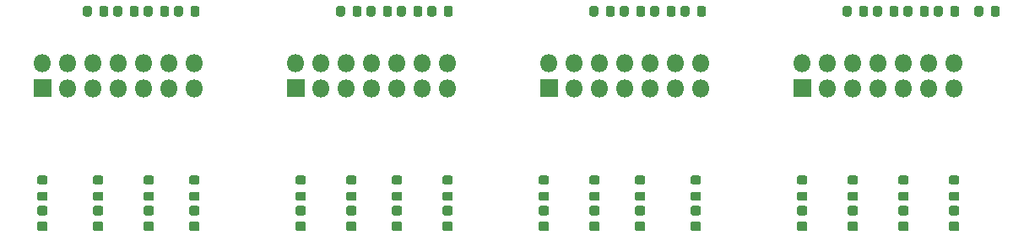
<source format=gbr>
G04 #@! TF.GenerationSoftware,KiCad,Pcbnew,(5.1.10)-1*
G04 #@! TF.CreationDate,2021-09-21T14:09:16-07:00*
G04 #@! TF.ProjectId,Adapter,41646170-7465-4722-9e6b-696361645f70,rev?*
G04 #@! TF.SameCoordinates,Original*
G04 #@! TF.FileFunction,Soldermask,Top*
G04 #@! TF.FilePolarity,Negative*
%FSLAX46Y46*%
G04 Gerber Fmt 4.6, Leading zero omitted, Abs format (unit mm)*
G04 Created by KiCad (PCBNEW (5.1.10)-1) date 2021-09-21 14:09:16*
%MOMM*%
%LPD*%
G01*
G04 APERTURE LIST*
%ADD10O,1.802000X1.802000*%
G04 APERTURE END LIST*
G36*
G01*
X62022500Y-85604000D02*
X61421500Y-85604000D01*
G75*
G02*
X61196000Y-85378500I0J225500D01*
G01*
X61196000Y-84927500D01*
G75*
G02*
X61421500Y-84702000I225500J0D01*
G01*
X62022500Y-84702000D01*
G75*
G02*
X62248000Y-84927500I0J-225500D01*
G01*
X62248000Y-85378500D01*
G75*
G02*
X62022500Y-85604000I-225500J0D01*
G01*
G37*
G36*
G01*
X62022500Y-83954000D02*
X61421500Y-83954000D01*
G75*
G02*
X61196000Y-83728500I0J225500D01*
G01*
X61196000Y-83277500D01*
G75*
G02*
X61421500Y-83052000I225500J0D01*
G01*
X62022500Y-83052000D01*
G75*
G02*
X62248000Y-83277500I0J-225500D01*
G01*
X62248000Y-83728500D01*
G75*
G02*
X62022500Y-83954000I-225500J0D01*
G01*
G37*
G36*
G01*
X87930500Y-85604000D02*
X87329500Y-85604000D01*
G75*
G02*
X87104000Y-85378500I0J225500D01*
G01*
X87104000Y-84927500D01*
G75*
G02*
X87329500Y-84702000I225500J0D01*
G01*
X87930500Y-84702000D01*
G75*
G02*
X88156000Y-84927500I0J-225500D01*
G01*
X88156000Y-85378500D01*
G75*
G02*
X87930500Y-85604000I-225500J0D01*
G01*
G37*
G36*
G01*
X87930500Y-83954000D02*
X87329500Y-83954000D01*
G75*
G02*
X87104000Y-83728500I0J225500D01*
G01*
X87104000Y-83277500D01*
G75*
G02*
X87329500Y-83052000I225500J0D01*
G01*
X87930500Y-83052000D01*
G75*
G02*
X88156000Y-83277500I0J-225500D01*
G01*
X88156000Y-83728500D01*
G75*
G02*
X87930500Y-83954000I-225500J0D01*
G01*
G37*
G36*
G01*
X112314500Y-85604000D02*
X111713500Y-85604000D01*
G75*
G02*
X111488000Y-85378500I0J225500D01*
G01*
X111488000Y-84927500D01*
G75*
G02*
X111713500Y-84702000I225500J0D01*
G01*
X112314500Y-84702000D01*
G75*
G02*
X112540000Y-84927500I0J-225500D01*
G01*
X112540000Y-85378500D01*
G75*
G02*
X112314500Y-85604000I-225500J0D01*
G01*
G37*
G36*
G01*
X112314500Y-83954000D02*
X111713500Y-83954000D01*
G75*
G02*
X111488000Y-83728500I0J225500D01*
G01*
X111488000Y-83277500D01*
G75*
G02*
X111713500Y-83052000I225500J0D01*
G01*
X112314500Y-83052000D01*
G75*
G02*
X112540000Y-83277500I0J-225500D01*
G01*
X112540000Y-83728500D01*
G75*
G02*
X112314500Y-83954000I-225500J0D01*
G01*
G37*
G36*
G01*
X138222500Y-83954000D02*
X137621500Y-83954000D01*
G75*
G02*
X137396000Y-83728500I0J225500D01*
G01*
X137396000Y-83277500D01*
G75*
G02*
X137621500Y-83052000I225500J0D01*
G01*
X138222500Y-83052000D01*
G75*
G02*
X138448000Y-83277500I0J-225500D01*
G01*
X138448000Y-83728500D01*
G75*
G02*
X138222500Y-83954000I-225500J0D01*
G01*
G37*
G36*
G01*
X138222500Y-85604000D02*
X137621500Y-85604000D01*
G75*
G02*
X137396000Y-85378500I0J225500D01*
G01*
X137396000Y-84927500D01*
G75*
G02*
X137621500Y-84702000I225500J0D01*
G01*
X138222500Y-84702000D01*
G75*
G02*
X138448000Y-84927500I0J-225500D01*
G01*
X138448000Y-85378500D01*
G75*
G02*
X138222500Y-85604000I-225500J0D01*
G01*
G37*
G36*
G01*
X67610500Y-85604000D02*
X67009500Y-85604000D01*
G75*
G02*
X66784000Y-85378500I0J225500D01*
G01*
X66784000Y-84927500D01*
G75*
G02*
X67009500Y-84702000I225500J0D01*
G01*
X67610500Y-84702000D01*
G75*
G02*
X67836000Y-84927500I0J-225500D01*
G01*
X67836000Y-85378500D01*
G75*
G02*
X67610500Y-85604000I-225500J0D01*
G01*
G37*
G36*
G01*
X67610500Y-83954000D02*
X67009500Y-83954000D01*
G75*
G02*
X66784000Y-83728500I0J225500D01*
G01*
X66784000Y-83277500D01*
G75*
G02*
X67009500Y-83052000I225500J0D01*
G01*
X67610500Y-83052000D01*
G75*
G02*
X67836000Y-83277500I0J-225500D01*
G01*
X67836000Y-83728500D01*
G75*
G02*
X67610500Y-83954000I-225500J0D01*
G01*
G37*
G36*
G01*
X93010500Y-85604000D02*
X92409500Y-85604000D01*
G75*
G02*
X92184000Y-85378500I0J225500D01*
G01*
X92184000Y-84927500D01*
G75*
G02*
X92409500Y-84702000I225500J0D01*
G01*
X93010500Y-84702000D01*
G75*
G02*
X93236000Y-84927500I0J-225500D01*
G01*
X93236000Y-85378500D01*
G75*
G02*
X93010500Y-85604000I-225500J0D01*
G01*
G37*
G36*
G01*
X93010500Y-83954000D02*
X92409500Y-83954000D01*
G75*
G02*
X92184000Y-83728500I0J225500D01*
G01*
X92184000Y-83277500D01*
G75*
G02*
X92409500Y-83052000I225500J0D01*
G01*
X93010500Y-83052000D01*
G75*
G02*
X93236000Y-83277500I0J-225500D01*
G01*
X93236000Y-83728500D01*
G75*
G02*
X93010500Y-83954000I-225500J0D01*
G01*
G37*
G36*
G01*
X117394500Y-85604000D02*
X116793500Y-85604000D01*
G75*
G02*
X116568000Y-85378500I0J225500D01*
G01*
X116568000Y-84927500D01*
G75*
G02*
X116793500Y-84702000I225500J0D01*
G01*
X117394500Y-84702000D01*
G75*
G02*
X117620000Y-84927500I0J-225500D01*
G01*
X117620000Y-85378500D01*
G75*
G02*
X117394500Y-85604000I-225500J0D01*
G01*
G37*
G36*
G01*
X117394500Y-83954000D02*
X116793500Y-83954000D01*
G75*
G02*
X116568000Y-83728500I0J225500D01*
G01*
X116568000Y-83277500D01*
G75*
G02*
X116793500Y-83052000I225500J0D01*
G01*
X117394500Y-83052000D01*
G75*
G02*
X117620000Y-83277500I0J-225500D01*
G01*
X117620000Y-83728500D01*
G75*
G02*
X117394500Y-83954000I-225500J0D01*
G01*
G37*
G36*
G01*
X143302500Y-83954000D02*
X142701500Y-83954000D01*
G75*
G02*
X142476000Y-83728500I0J225500D01*
G01*
X142476000Y-83277500D01*
G75*
G02*
X142701500Y-83052000I225500J0D01*
G01*
X143302500Y-83052000D01*
G75*
G02*
X143528000Y-83277500I0J-225500D01*
G01*
X143528000Y-83728500D01*
G75*
G02*
X143302500Y-83954000I-225500J0D01*
G01*
G37*
G36*
G01*
X143302500Y-85604000D02*
X142701500Y-85604000D01*
G75*
G02*
X142476000Y-85378500I0J225500D01*
G01*
X142476000Y-84927500D01*
G75*
G02*
X142701500Y-84702000I225500J0D01*
G01*
X143302500Y-84702000D01*
G75*
G02*
X143528000Y-84927500I0J-225500D01*
G01*
X143528000Y-85378500D01*
G75*
G02*
X143302500Y-85604000I-225500J0D01*
G01*
G37*
G36*
G01*
X72690500Y-85604000D02*
X72089500Y-85604000D01*
G75*
G02*
X71864000Y-85378500I0J225500D01*
G01*
X71864000Y-84927500D01*
G75*
G02*
X72089500Y-84702000I225500J0D01*
G01*
X72690500Y-84702000D01*
G75*
G02*
X72916000Y-84927500I0J-225500D01*
G01*
X72916000Y-85378500D01*
G75*
G02*
X72690500Y-85604000I-225500J0D01*
G01*
G37*
G36*
G01*
X72690500Y-83954000D02*
X72089500Y-83954000D01*
G75*
G02*
X71864000Y-83728500I0J225500D01*
G01*
X71864000Y-83277500D01*
G75*
G02*
X72089500Y-83052000I225500J0D01*
G01*
X72690500Y-83052000D01*
G75*
G02*
X72916000Y-83277500I0J-225500D01*
G01*
X72916000Y-83728500D01*
G75*
G02*
X72690500Y-83954000I-225500J0D01*
G01*
G37*
G36*
G01*
X97582500Y-85604000D02*
X96981500Y-85604000D01*
G75*
G02*
X96756000Y-85378500I0J225500D01*
G01*
X96756000Y-84927500D01*
G75*
G02*
X96981500Y-84702000I225500J0D01*
G01*
X97582500Y-84702000D01*
G75*
G02*
X97808000Y-84927500I0J-225500D01*
G01*
X97808000Y-85378500D01*
G75*
G02*
X97582500Y-85604000I-225500J0D01*
G01*
G37*
G36*
G01*
X97582500Y-83954000D02*
X96981500Y-83954000D01*
G75*
G02*
X96756000Y-83728500I0J225500D01*
G01*
X96756000Y-83277500D01*
G75*
G02*
X96981500Y-83052000I225500J0D01*
G01*
X97582500Y-83052000D01*
G75*
G02*
X97808000Y-83277500I0J-225500D01*
G01*
X97808000Y-83728500D01*
G75*
G02*
X97582500Y-83954000I-225500J0D01*
G01*
G37*
G36*
G01*
X121966500Y-85604000D02*
X121365500Y-85604000D01*
G75*
G02*
X121140000Y-85378500I0J225500D01*
G01*
X121140000Y-84927500D01*
G75*
G02*
X121365500Y-84702000I225500J0D01*
G01*
X121966500Y-84702000D01*
G75*
G02*
X122192000Y-84927500I0J-225500D01*
G01*
X122192000Y-85378500D01*
G75*
G02*
X121966500Y-85604000I-225500J0D01*
G01*
G37*
G36*
G01*
X121966500Y-83954000D02*
X121365500Y-83954000D01*
G75*
G02*
X121140000Y-83728500I0J225500D01*
G01*
X121140000Y-83277500D01*
G75*
G02*
X121365500Y-83052000I225500J0D01*
G01*
X121966500Y-83052000D01*
G75*
G02*
X122192000Y-83277500I0J-225500D01*
G01*
X122192000Y-83728500D01*
G75*
G02*
X121966500Y-83954000I-225500J0D01*
G01*
G37*
G36*
G01*
X148382500Y-83954000D02*
X147781500Y-83954000D01*
G75*
G02*
X147556000Y-83728500I0J225500D01*
G01*
X147556000Y-83277500D01*
G75*
G02*
X147781500Y-83052000I225500J0D01*
G01*
X148382500Y-83052000D01*
G75*
G02*
X148608000Y-83277500I0J-225500D01*
G01*
X148608000Y-83728500D01*
G75*
G02*
X148382500Y-83954000I-225500J0D01*
G01*
G37*
G36*
G01*
X148382500Y-85604000D02*
X147781500Y-85604000D01*
G75*
G02*
X147556000Y-85378500I0J225500D01*
G01*
X147556000Y-84927500D01*
G75*
G02*
X147781500Y-84702000I225500J0D01*
G01*
X148382500Y-84702000D01*
G75*
G02*
X148608000Y-84927500I0J-225500D01*
G01*
X148608000Y-85378500D01*
G75*
G02*
X148382500Y-85604000I-225500J0D01*
G01*
G37*
G36*
G01*
X77262500Y-83954000D02*
X76661500Y-83954000D01*
G75*
G02*
X76436000Y-83728500I0J225500D01*
G01*
X76436000Y-83277500D01*
G75*
G02*
X76661500Y-83052000I225500J0D01*
G01*
X77262500Y-83052000D01*
G75*
G02*
X77488000Y-83277500I0J-225500D01*
G01*
X77488000Y-83728500D01*
G75*
G02*
X77262500Y-83954000I-225500J0D01*
G01*
G37*
G36*
G01*
X77262500Y-85604000D02*
X76661500Y-85604000D01*
G75*
G02*
X76436000Y-85378500I0J225500D01*
G01*
X76436000Y-84927500D01*
G75*
G02*
X76661500Y-84702000I225500J0D01*
G01*
X77262500Y-84702000D01*
G75*
G02*
X77488000Y-84927500I0J-225500D01*
G01*
X77488000Y-85378500D01*
G75*
G02*
X77262500Y-85604000I-225500J0D01*
G01*
G37*
G36*
G01*
X102662500Y-85604000D02*
X102061500Y-85604000D01*
G75*
G02*
X101836000Y-85378500I0J225500D01*
G01*
X101836000Y-84927500D01*
G75*
G02*
X102061500Y-84702000I225500J0D01*
G01*
X102662500Y-84702000D01*
G75*
G02*
X102888000Y-84927500I0J-225500D01*
G01*
X102888000Y-85378500D01*
G75*
G02*
X102662500Y-85604000I-225500J0D01*
G01*
G37*
G36*
G01*
X102662500Y-83954000D02*
X102061500Y-83954000D01*
G75*
G02*
X101836000Y-83728500I0J225500D01*
G01*
X101836000Y-83277500D01*
G75*
G02*
X102061500Y-83052000I225500J0D01*
G01*
X102662500Y-83052000D01*
G75*
G02*
X102888000Y-83277500I0J-225500D01*
G01*
X102888000Y-83728500D01*
G75*
G02*
X102662500Y-83954000I-225500J0D01*
G01*
G37*
G36*
G01*
X127554500Y-85604000D02*
X126953500Y-85604000D01*
G75*
G02*
X126728000Y-85378500I0J225500D01*
G01*
X126728000Y-84927500D01*
G75*
G02*
X126953500Y-84702000I225500J0D01*
G01*
X127554500Y-84702000D01*
G75*
G02*
X127780000Y-84927500I0J-225500D01*
G01*
X127780000Y-85378500D01*
G75*
G02*
X127554500Y-85604000I-225500J0D01*
G01*
G37*
G36*
G01*
X127554500Y-83954000D02*
X126953500Y-83954000D01*
G75*
G02*
X126728000Y-83728500I0J225500D01*
G01*
X126728000Y-83277500D01*
G75*
G02*
X126953500Y-83052000I225500J0D01*
G01*
X127554500Y-83052000D01*
G75*
G02*
X127780000Y-83277500I0J-225500D01*
G01*
X127780000Y-83728500D01*
G75*
G02*
X127554500Y-83954000I-225500J0D01*
G01*
G37*
G36*
G01*
X153462500Y-83954000D02*
X152861500Y-83954000D01*
G75*
G02*
X152636000Y-83728500I0J225500D01*
G01*
X152636000Y-83277500D01*
G75*
G02*
X152861500Y-83052000I225500J0D01*
G01*
X153462500Y-83052000D01*
G75*
G02*
X153688000Y-83277500I0J-225500D01*
G01*
X153688000Y-83728500D01*
G75*
G02*
X153462500Y-83954000I-225500J0D01*
G01*
G37*
G36*
G01*
X153462500Y-85604000D02*
X152861500Y-85604000D01*
G75*
G02*
X152636000Y-85378500I0J225500D01*
G01*
X152636000Y-84927500D01*
G75*
G02*
X152861500Y-84702000I225500J0D01*
G01*
X153462500Y-84702000D01*
G75*
G02*
X153688000Y-84927500I0J-225500D01*
G01*
X153688000Y-85378500D01*
G75*
G02*
X153462500Y-85604000I-225500J0D01*
G01*
G37*
G36*
G01*
X67430000Y-66848500D02*
X67430000Y-66247500D01*
G75*
G02*
X67655500Y-66022000I225500J0D01*
G01*
X68106500Y-66022000D01*
G75*
G02*
X68332000Y-66247500I0J-225500D01*
G01*
X68332000Y-66848500D01*
G75*
G02*
X68106500Y-67074000I-225500J0D01*
G01*
X67655500Y-67074000D01*
G75*
G02*
X67430000Y-66848500I0J225500D01*
G01*
G37*
G36*
G01*
X65780000Y-66848500D02*
X65780000Y-66247500D01*
G75*
G02*
X66005500Y-66022000I225500J0D01*
G01*
X66456500Y-66022000D01*
G75*
G02*
X66682000Y-66247500I0J-225500D01*
G01*
X66682000Y-66848500D01*
G75*
G02*
X66456500Y-67074000I-225500J0D01*
G01*
X66005500Y-67074000D01*
G75*
G02*
X65780000Y-66848500I0J225500D01*
G01*
G37*
G36*
G01*
X70478000Y-66848500D02*
X70478000Y-66247500D01*
G75*
G02*
X70703500Y-66022000I225500J0D01*
G01*
X71154500Y-66022000D01*
G75*
G02*
X71380000Y-66247500I0J-225500D01*
G01*
X71380000Y-66848500D01*
G75*
G02*
X71154500Y-67074000I-225500J0D01*
G01*
X70703500Y-67074000D01*
G75*
G02*
X70478000Y-66848500I0J225500D01*
G01*
G37*
G36*
G01*
X68828000Y-66848500D02*
X68828000Y-66247500D01*
G75*
G02*
X69053500Y-66022000I225500J0D01*
G01*
X69504500Y-66022000D01*
G75*
G02*
X69730000Y-66247500I0J-225500D01*
G01*
X69730000Y-66848500D01*
G75*
G02*
X69504500Y-67074000I-225500J0D01*
G01*
X69053500Y-67074000D01*
G75*
G02*
X68828000Y-66848500I0J225500D01*
G01*
G37*
G36*
G01*
X73526000Y-66848500D02*
X73526000Y-66247500D01*
G75*
G02*
X73751500Y-66022000I225500J0D01*
G01*
X74202500Y-66022000D01*
G75*
G02*
X74428000Y-66247500I0J-225500D01*
G01*
X74428000Y-66848500D01*
G75*
G02*
X74202500Y-67074000I-225500J0D01*
G01*
X73751500Y-67074000D01*
G75*
G02*
X73526000Y-66848500I0J225500D01*
G01*
G37*
G36*
G01*
X71876000Y-66848500D02*
X71876000Y-66247500D01*
G75*
G02*
X72101500Y-66022000I225500J0D01*
G01*
X72552500Y-66022000D01*
G75*
G02*
X72778000Y-66247500I0J-225500D01*
G01*
X72778000Y-66848500D01*
G75*
G02*
X72552500Y-67074000I-225500J0D01*
G01*
X72101500Y-67074000D01*
G75*
G02*
X71876000Y-66848500I0J225500D01*
G01*
G37*
G36*
G01*
X76574000Y-66848500D02*
X76574000Y-66247500D01*
G75*
G02*
X76799500Y-66022000I225500J0D01*
G01*
X77250500Y-66022000D01*
G75*
G02*
X77476000Y-66247500I0J-225500D01*
G01*
X77476000Y-66848500D01*
G75*
G02*
X77250500Y-67074000I-225500J0D01*
G01*
X76799500Y-67074000D01*
G75*
G02*
X76574000Y-66848500I0J225500D01*
G01*
G37*
G36*
G01*
X74924000Y-66848500D02*
X74924000Y-66247500D01*
G75*
G02*
X75149500Y-66022000I225500J0D01*
G01*
X75600500Y-66022000D01*
G75*
G02*
X75826000Y-66247500I0J-225500D01*
G01*
X75826000Y-66848500D01*
G75*
G02*
X75600500Y-67074000I-225500J0D01*
G01*
X75149500Y-67074000D01*
G75*
G02*
X74924000Y-66848500I0J225500D01*
G01*
G37*
G36*
G01*
X92830000Y-66848500D02*
X92830000Y-66247500D01*
G75*
G02*
X93055500Y-66022000I225500J0D01*
G01*
X93506500Y-66022000D01*
G75*
G02*
X93732000Y-66247500I0J-225500D01*
G01*
X93732000Y-66848500D01*
G75*
G02*
X93506500Y-67074000I-225500J0D01*
G01*
X93055500Y-67074000D01*
G75*
G02*
X92830000Y-66848500I0J225500D01*
G01*
G37*
G36*
G01*
X91180000Y-66848500D02*
X91180000Y-66247500D01*
G75*
G02*
X91405500Y-66022000I225500J0D01*
G01*
X91856500Y-66022000D01*
G75*
G02*
X92082000Y-66247500I0J-225500D01*
G01*
X92082000Y-66848500D01*
G75*
G02*
X91856500Y-67074000I-225500J0D01*
G01*
X91405500Y-67074000D01*
G75*
G02*
X91180000Y-66848500I0J225500D01*
G01*
G37*
G36*
G01*
X95878000Y-66848500D02*
X95878000Y-66247500D01*
G75*
G02*
X96103500Y-66022000I225500J0D01*
G01*
X96554500Y-66022000D01*
G75*
G02*
X96780000Y-66247500I0J-225500D01*
G01*
X96780000Y-66848500D01*
G75*
G02*
X96554500Y-67074000I-225500J0D01*
G01*
X96103500Y-67074000D01*
G75*
G02*
X95878000Y-66848500I0J225500D01*
G01*
G37*
G36*
G01*
X94228000Y-66848500D02*
X94228000Y-66247500D01*
G75*
G02*
X94453500Y-66022000I225500J0D01*
G01*
X94904500Y-66022000D01*
G75*
G02*
X95130000Y-66247500I0J-225500D01*
G01*
X95130000Y-66848500D01*
G75*
G02*
X94904500Y-67074000I-225500J0D01*
G01*
X94453500Y-67074000D01*
G75*
G02*
X94228000Y-66848500I0J225500D01*
G01*
G37*
G36*
G01*
X98926000Y-66848500D02*
X98926000Y-66247500D01*
G75*
G02*
X99151500Y-66022000I225500J0D01*
G01*
X99602500Y-66022000D01*
G75*
G02*
X99828000Y-66247500I0J-225500D01*
G01*
X99828000Y-66848500D01*
G75*
G02*
X99602500Y-67074000I-225500J0D01*
G01*
X99151500Y-67074000D01*
G75*
G02*
X98926000Y-66848500I0J225500D01*
G01*
G37*
G36*
G01*
X97276000Y-66848500D02*
X97276000Y-66247500D01*
G75*
G02*
X97501500Y-66022000I225500J0D01*
G01*
X97952500Y-66022000D01*
G75*
G02*
X98178000Y-66247500I0J-225500D01*
G01*
X98178000Y-66848500D01*
G75*
G02*
X97952500Y-67074000I-225500J0D01*
G01*
X97501500Y-67074000D01*
G75*
G02*
X97276000Y-66848500I0J225500D01*
G01*
G37*
G36*
G01*
X101976000Y-66848500D02*
X101976000Y-66247500D01*
G75*
G02*
X102201500Y-66022000I225500J0D01*
G01*
X102652500Y-66022000D01*
G75*
G02*
X102878000Y-66247500I0J-225500D01*
G01*
X102878000Y-66848500D01*
G75*
G02*
X102652500Y-67074000I-225500J0D01*
G01*
X102201500Y-67074000D01*
G75*
G02*
X101976000Y-66848500I0J225500D01*
G01*
G37*
G36*
G01*
X100326000Y-66848500D02*
X100326000Y-66247500D01*
G75*
G02*
X100551500Y-66022000I225500J0D01*
G01*
X101002500Y-66022000D01*
G75*
G02*
X101228000Y-66247500I0J-225500D01*
G01*
X101228000Y-66848500D01*
G75*
G02*
X101002500Y-67074000I-225500J0D01*
G01*
X100551500Y-67074000D01*
G75*
G02*
X100326000Y-66848500I0J225500D01*
G01*
G37*
G36*
G01*
X118228000Y-66848500D02*
X118228000Y-66247500D01*
G75*
G02*
X118453500Y-66022000I225500J0D01*
G01*
X118904500Y-66022000D01*
G75*
G02*
X119130000Y-66247500I0J-225500D01*
G01*
X119130000Y-66848500D01*
G75*
G02*
X118904500Y-67074000I-225500J0D01*
G01*
X118453500Y-67074000D01*
G75*
G02*
X118228000Y-66848500I0J225500D01*
G01*
G37*
G36*
G01*
X116578000Y-66848500D02*
X116578000Y-66247500D01*
G75*
G02*
X116803500Y-66022000I225500J0D01*
G01*
X117254500Y-66022000D01*
G75*
G02*
X117480000Y-66247500I0J-225500D01*
G01*
X117480000Y-66848500D01*
G75*
G02*
X117254500Y-67074000I-225500J0D01*
G01*
X116803500Y-67074000D01*
G75*
G02*
X116578000Y-66848500I0J225500D01*
G01*
G37*
G36*
G01*
X121278000Y-66848500D02*
X121278000Y-66247500D01*
G75*
G02*
X121503500Y-66022000I225500J0D01*
G01*
X121954500Y-66022000D01*
G75*
G02*
X122180000Y-66247500I0J-225500D01*
G01*
X122180000Y-66848500D01*
G75*
G02*
X121954500Y-67074000I-225500J0D01*
G01*
X121503500Y-67074000D01*
G75*
G02*
X121278000Y-66848500I0J225500D01*
G01*
G37*
G36*
G01*
X119628000Y-66848500D02*
X119628000Y-66247500D01*
G75*
G02*
X119853500Y-66022000I225500J0D01*
G01*
X120304500Y-66022000D01*
G75*
G02*
X120530000Y-66247500I0J-225500D01*
G01*
X120530000Y-66848500D01*
G75*
G02*
X120304500Y-67074000I-225500J0D01*
G01*
X119853500Y-67074000D01*
G75*
G02*
X119628000Y-66848500I0J225500D01*
G01*
G37*
G36*
G01*
X124326000Y-66848500D02*
X124326000Y-66247500D01*
G75*
G02*
X124551500Y-66022000I225500J0D01*
G01*
X125002500Y-66022000D01*
G75*
G02*
X125228000Y-66247500I0J-225500D01*
G01*
X125228000Y-66848500D01*
G75*
G02*
X125002500Y-67074000I-225500J0D01*
G01*
X124551500Y-67074000D01*
G75*
G02*
X124326000Y-66848500I0J225500D01*
G01*
G37*
G36*
G01*
X122676000Y-66848500D02*
X122676000Y-66247500D01*
G75*
G02*
X122901500Y-66022000I225500J0D01*
G01*
X123352500Y-66022000D01*
G75*
G02*
X123578000Y-66247500I0J-225500D01*
G01*
X123578000Y-66848500D01*
G75*
G02*
X123352500Y-67074000I-225500J0D01*
G01*
X122901500Y-67074000D01*
G75*
G02*
X122676000Y-66848500I0J225500D01*
G01*
G37*
G36*
G01*
X127374000Y-66848500D02*
X127374000Y-66247500D01*
G75*
G02*
X127599500Y-66022000I225500J0D01*
G01*
X128050500Y-66022000D01*
G75*
G02*
X128276000Y-66247500I0J-225500D01*
G01*
X128276000Y-66848500D01*
G75*
G02*
X128050500Y-67074000I-225500J0D01*
G01*
X127599500Y-67074000D01*
G75*
G02*
X127374000Y-66848500I0J225500D01*
G01*
G37*
G36*
G01*
X125724000Y-66848500D02*
X125724000Y-66247500D01*
G75*
G02*
X125949500Y-66022000I225500J0D01*
G01*
X126400500Y-66022000D01*
G75*
G02*
X126626000Y-66247500I0J-225500D01*
G01*
X126626000Y-66848500D01*
G75*
G02*
X126400500Y-67074000I-225500J0D01*
G01*
X125949500Y-67074000D01*
G75*
G02*
X125724000Y-66848500I0J225500D01*
G01*
G37*
G36*
G01*
X143628000Y-66848500D02*
X143628000Y-66247500D01*
G75*
G02*
X143853500Y-66022000I225500J0D01*
G01*
X144304500Y-66022000D01*
G75*
G02*
X144530000Y-66247500I0J-225500D01*
G01*
X144530000Y-66848500D01*
G75*
G02*
X144304500Y-67074000I-225500J0D01*
G01*
X143853500Y-67074000D01*
G75*
G02*
X143628000Y-66848500I0J225500D01*
G01*
G37*
G36*
G01*
X141978000Y-66848500D02*
X141978000Y-66247500D01*
G75*
G02*
X142203500Y-66022000I225500J0D01*
G01*
X142654500Y-66022000D01*
G75*
G02*
X142880000Y-66247500I0J-225500D01*
G01*
X142880000Y-66848500D01*
G75*
G02*
X142654500Y-67074000I-225500J0D01*
G01*
X142203500Y-67074000D01*
G75*
G02*
X141978000Y-66848500I0J225500D01*
G01*
G37*
G36*
G01*
X146678000Y-66848500D02*
X146678000Y-66247500D01*
G75*
G02*
X146903500Y-66022000I225500J0D01*
G01*
X147354500Y-66022000D01*
G75*
G02*
X147580000Y-66247500I0J-225500D01*
G01*
X147580000Y-66848500D01*
G75*
G02*
X147354500Y-67074000I-225500J0D01*
G01*
X146903500Y-67074000D01*
G75*
G02*
X146678000Y-66848500I0J225500D01*
G01*
G37*
G36*
G01*
X145028000Y-66848500D02*
X145028000Y-66247500D01*
G75*
G02*
X145253500Y-66022000I225500J0D01*
G01*
X145704500Y-66022000D01*
G75*
G02*
X145930000Y-66247500I0J-225500D01*
G01*
X145930000Y-66848500D01*
G75*
G02*
X145704500Y-67074000I-225500J0D01*
G01*
X145253500Y-67074000D01*
G75*
G02*
X145028000Y-66848500I0J225500D01*
G01*
G37*
G36*
G01*
X149724000Y-66848500D02*
X149724000Y-66247500D01*
G75*
G02*
X149949500Y-66022000I225500J0D01*
G01*
X150400500Y-66022000D01*
G75*
G02*
X150626000Y-66247500I0J-225500D01*
G01*
X150626000Y-66848500D01*
G75*
G02*
X150400500Y-67074000I-225500J0D01*
G01*
X149949500Y-67074000D01*
G75*
G02*
X149724000Y-66848500I0J225500D01*
G01*
G37*
G36*
G01*
X148074000Y-66848500D02*
X148074000Y-66247500D01*
G75*
G02*
X148299500Y-66022000I225500J0D01*
G01*
X148750500Y-66022000D01*
G75*
G02*
X148976000Y-66247500I0J-225500D01*
G01*
X148976000Y-66848500D01*
G75*
G02*
X148750500Y-67074000I-225500J0D01*
G01*
X148299500Y-67074000D01*
G75*
G02*
X148074000Y-66848500I0J225500D01*
G01*
G37*
G36*
G01*
X152772000Y-66848500D02*
X152772000Y-66247500D01*
G75*
G02*
X152997500Y-66022000I225500J0D01*
G01*
X153448500Y-66022000D01*
G75*
G02*
X153674000Y-66247500I0J-225500D01*
G01*
X153674000Y-66848500D01*
G75*
G02*
X153448500Y-67074000I-225500J0D01*
G01*
X152997500Y-67074000D01*
G75*
G02*
X152772000Y-66848500I0J225500D01*
G01*
G37*
G36*
G01*
X151122000Y-66848500D02*
X151122000Y-66247500D01*
G75*
G02*
X151347500Y-66022000I225500J0D01*
G01*
X151798500Y-66022000D01*
G75*
G02*
X152024000Y-66247500I0J-225500D01*
G01*
X152024000Y-66848500D01*
G75*
G02*
X151798500Y-67074000I-225500J0D01*
G01*
X151347500Y-67074000D01*
G75*
G02*
X151122000Y-66848500I0J225500D01*
G01*
G37*
G36*
G01*
X156838000Y-66848500D02*
X156838000Y-66247500D01*
G75*
G02*
X157063500Y-66022000I225500J0D01*
G01*
X157514500Y-66022000D01*
G75*
G02*
X157740000Y-66247500I0J-225500D01*
G01*
X157740000Y-66848500D01*
G75*
G02*
X157514500Y-67074000I-225500J0D01*
G01*
X157063500Y-67074000D01*
G75*
G02*
X156838000Y-66848500I0J225500D01*
G01*
G37*
G36*
G01*
X155188000Y-66848500D02*
X155188000Y-66247500D01*
G75*
G02*
X155413500Y-66022000I225500J0D01*
G01*
X155864500Y-66022000D01*
G75*
G02*
X156090000Y-66247500I0J-225500D01*
G01*
X156090000Y-66848500D01*
G75*
G02*
X155864500Y-67074000I-225500J0D01*
G01*
X155413500Y-67074000D01*
G75*
G02*
X155188000Y-66848500I0J225500D01*
G01*
G37*
G36*
G01*
X138772000Y-75196000D02*
X137072000Y-75196000D01*
G75*
G02*
X137021000Y-75145000I0J51000D01*
G01*
X137021000Y-73445000D01*
G75*
G02*
X137072000Y-73394000I51000J0D01*
G01*
X138772000Y-73394000D01*
G75*
G02*
X138823000Y-73445000I0J-51000D01*
G01*
X138823000Y-75145000D01*
G75*
G02*
X138772000Y-75196000I-51000J0D01*
G01*
G37*
D10*
X137922000Y-71755000D03*
X140462000Y-74295000D03*
X140462000Y-71755000D03*
X143002000Y-74295000D03*
X143002000Y-71755000D03*
X145542000Y-74295000D03*
X145542000Y-71755000D03*
X148082000Y-74295000D03*
X148082000Y-71755000D03*
X150622000Y-74295000D03*
X150622000Y-71755000D03*
X153162000Y-74295000D03*
X153162000Y-71755000D03*
X76962000Y-71755000D03*
X76962000Y-74295000D03*
X74422000Y-71755000D03*
X74422000Y-74295000D03*
X71882000Y-71755000D03*
X71882000Y-74295000D03*
X69342000Y-71755000D03*
X69342000Y-74295000D03*
X66802000Y-71755000D03*
X66802000Y-74295000D03*
X64262000Y-71755000D03*
X64262000Y-74295000D03*
X61722000Y-71755000D03*
G36*
G01*
X62572000Y-75196000D02*
X60872000Y-75196000D01*
G75*
G02*
X60821000Y-75145000I0J51000D01*
G01*
X60821000Y-73445000D01*
G75*
G02*
X60872000Y-73394000I51000J0D01*
G01*
X62572000Y-73394000D01*
G75*
G02*
X62623000Y-73445000I0J-51000D01*
G01*
X62623000Y-75145000D01*
G75*
G02*
X62572000Y-75196000I-51000J0D01*
G01*
G37*
X102362000Y-71755000D03*
X102362000Y-74295000D03*
X99822000Y-71755000D03*
X99822000Y-74295000D03*
X97282000Y-71755000D03*
X97282000Y-74295000D03*
X94742000Y-71755000D03*
X94742000Y-74295000D03*
X92202000Y-71755000D03*
X92202000Y-74295000D03*
X89662000Y-71755000D03*
X89662000Y-74295000D03*
X87122000Y-71755000D03*
G36*
G01*
X87972000Y-75196000D02*
X86272000Y-75196000D01*
G75*
G02*
X86221000Y-75145000I0J51000D01*
G01*
X86221000Y-73445000D01*
G75*
G02*
X86272000Y-73394000I51000J0D01*
G01*
X87972000Y-73394000D01*
G75*
G02*
X88023000Y-73445000I0J-51000D01*
G01*
X88023000Y-75145000D01*
G75*
G02*
X87972000Y-75196000I-51000J0D01*
G01*
G37*
G36*
G01*
X113372000Y-75196000D02*
X111672000Y-75196000D01*
G75*
G02*
X111621000Y-75145000I0J51000D01*
G01*
X111621000Y-73445000D01*
G75*
G02*
X111672000Y-73394000I51000J0D01*
G01*
X113372000Y-73394000D01*
G75*
G02*
X113423000Y-73445000I0J-51000D01*
G01*
X113423000Y-75145000D01*
G75*
G02*
X113372000Y-75196000I-51000J0D01*
G01*
G37*
X112522000Y-71755000D03*
X115062000Y-74295000D03*
X115062000Y-71755000D03*
X117602000Y-74295000D03*
X117602000Y-71755000D03*
X120142000Y-74295000D03*
X120142000Y-71755000D03*
X122682000Y-74295000D03*
X122682000Y-71755000D03*
X125222000Y-74295000D03*
X125222000Y-71755000D03*
X127762000Y-74295000D03*
X127762000Y-71755000D03*
G36*
G01*
X62003750Y-88652000D02*
X61440250Y-88652000D01*
G75*
G02*
X61196000Y-88407750I0J244250D01*
G01*
X61196000Y-87919250D01*
G75*
G02*
X61440250Y-87675000I244250J0D01*
G01*
X62003750Y-87675000D01*
G75*
G02*
X62248000Y-87919250I0J-244250D01*
G01*
X62248000Y-88407750D01*
G75*
G02*
X62003750Y-88652000I-244250J0D01*
G01*
G37*
G36*
G01*
X62003750Y-87077000D02*
X61440250Y-87077000D01*
G75*
G02*
X61196000Y-86832750I0J244250D01*
G01*
X61196000Y-86344250D01*
G75*
G02*
X61440250Y-86100000I244250J0D01*
G01*
X62003750Y-86100000D01*
G75*
G02*
X62248000Y-86344250I0J-244250D01*
G01*
X62248000Y-86832750D01*
G75*
G02*
X62003750Y-87077000I-244250J0D01*
G01*
G37*
G36*
G01*
X87911750Y-88652000D02*
X87348250Y-88652000D01*
G75*
G02*
X87104000Y-88407750I0J244250D01*
G01*
X87104000Y-87919250D01*
G75*
G02*
X87348250Y-87675000I244250J0D01*
G01*
X87911750Y-87675000D01*
G75*
G02*
X88156000Y-87919250I0J-244250D01*
G01*
X88156000Y-88407750D01*
G75*
G02*
X87911750Y-88652000I-244250J0D01*
G01*
G37*
G36*
G01*
X87911750Y-87077000D02*
X87348250Y-87077000D01*
G75*
G02*
X87104000Y-86832750I0J244250D01*
G01*
X87104000Y-86344250D01*
G75*
G02*
X87348250Y-86100000I244250J0D01*
G01*
X87911750Y-86100000D01*
G75*
G02*
X88156000Y-86344250I0J-244250D01*
G01*
X88156000Y-86832750D01*
G75*
G02*
X87911750Y-87077000I-244250J0D01*
G01*
G37*
G36*
G01*
X112295750Y-87077000D02*
X111732250Y-87077000D01*
G75*
G02*
X111488000Y-86832750I0J244250D01*
G01*
X111488000Y-86344250D01*
G75*
G02*
X111732250Y-86100000I244250J0D01*
G01*
X112295750Y-86100000D01*
G75*
G02*
X112540000Y-86344250I0J-244250D01*
G01*
X112540000Y-86832750D01*
G75*
G02*
X112295750Y-87077000I-244250J0D01*
G01*
G37*
G36*
G01*
X112295750Y-88652000D02*
X111732250Y-88652000D01*
G75*
G02*
X111488000Y-88407750I0J244250D01*
G01*
X111488000Y-87919250D01*
G75*
G02*
X111732250Y-87675000I244250J0D01*
G01*
X112295750Y-87675000D01*
G75*
G02*
X112540000Y-87919250I0J-244250D01*
G01*
X112540000Y-88407750D01*
G75*
G02*
X112295750Y-88652000I-244250J0D01*
G01*
G37*
G36*
G01*
X138203750Y-87077000D02*
X137640250Y-87077000D01*
G75*
G02*
X137396000Y-86832750I0J244250D01*
G01*
X137396000Y-86344250D01*
G75*
G02*
X137640250Y-86100000I244250J0D01*
G01*
X138203750Y-86100000D01*
G75*
G02*
X138448000Y-86344250I0J-244250D01*
G01*
X138448000Y-86832750D01*
G75*
G02*
X138203750Y-87077000I-244250J0D01*
G01*
G37*
G36*
G01*
X138203750Y-88652000D02*
X137640250Y-88652000D01*
G75*
G02*
X137396000Y-88407750I0J244250D01*
G01*
X137396000Y-87919250D01*
G75*
G02*
X137640250Y-87675000I244250J0D01*
G01*
X138203750Y-87675000D01*
G75*
G02*
X138448000Y-87919250I0J-244250D01*
G01*
X138448000Y-88407750D01*
G75*
G02*
X138203750Y-88652000I-244250J0D01*
G01*
G37*
G36*
G01*
X67591750Y-88652000D02*
X67028250Y-88652000D01*
G75*
G02*
X66784000Y-88407750I0J244250D01*
G01*
X66784000Y-87919250D01*
G75*
G02*
X67028250Y-87675000I244250J0D01*
G01*
X67591750Y-87675000D01*
G75*
G02*
X67836000Y-87919250I0J-244250D01*
G01*
X67836000Y-88407750D01*
G75*
G02*
X67591750Y-88652000I-244250J0D01*
G01*
G37*
G36*
G01*
X67591750Y-87077000D02*
X67028250Y-87077000D01*
G75*
G02*
X66784000Y-86832750I0J244250D01*
G01*
X66784000Y-86344250D01*
G75*
G02*
X67028250Y-86100000I244250J0D01*
G01*
X67591750Y-86100000D01*
G75*
G02*
X67836000Y-86344250I0J-244250D01*
G01*
X67836000Y-86832750D01*
G75*
G02*
X67591750Y-87077000I-244250J0D01*
G01*
G37*
G36*
G01*
X92991750Y-88652000D02*
X92428250Y-88652000D01*
G75*
G02*
X92184000Y-88407750I0J244250D01*
G01*
X92184000Y-87919250D01*
G75*
G02*
X92428250Y-87675000I244250J0D01*
G01*
X92991750Y-87675000D01*
G75*
G02*
X93236000Y-87919250I0J-244250D01*
G01*
X93236000Y-88407750D01*
G75*
G02*
X92991750Y-88652000I-244250J0D01*
G01*
G37*
G36*
G01*
X92991750Y-87077000D02*
X92428250Y-87077000D01*
G75*
G02*
X92184000Y-86832750I0J244250D01*
G01*
X92184000Y-86344250D01*
G75*
G02*
X92428250Y-86100000I244250J0D01*
G01*
X92991750Y-86100000D01*
G75*
G02*
X93236000Y-86344250I0J-244250D01*
G01*
X93236000Y-86832750D01*
G75*
G02*
X92991750Y-87077000I-244250J0D01*
G01*
G37*
G36*
G01*
X117375750Y-88652000D02*
X116812250Y-88652000D01*
G75*
G02*
X116568000Y-88407750I0J244250D01*
G01*
X116568000Y-87919250D01*
G75*
G02*
X116812250Y-87675000I244250J0D01*
G01*
X117375750Y-87675000D01*
G75*
G02*
X117620000Y-87919250I0J-244250D01*
G01*
X117620000Y-88407750D01*
G75*
G02*
X117375750Y-88652000I-244250J0D01*
G01*
G37*
G36*
G01*
X117375750Y-87077000D02*
X116812250Y-87077000D01*
G75*
G02*
X116568000Y-86832750I0J244250D01*
G01*
X116568000Y-86344250D01*
G75*
G02*
X116812250Y-86100000I244250J0D01*
G01*
X117375750Y-86100000D01*
G75*
G02*
X117620000Y-86344250I0J-244250D01*
G01*
X117620000Y-86832750D01*
G75*
G02*
X117375750Y-87077000I-244250J0D01*
G01*
G37*
G36*
G01*
X143283750Y-88652000D02*
X142720250Y-88652000D01*
G75*
G02*
X142476000Y-88407750I0J244250D01*
G01*
X142476000Y-87919250D01*
G75*
G02*
X142720250Y-87675000I244250J0D01*
G01*
X143283750Y-87675000D01*
G75*
G02*
X143528000Y-87919250I0J-244250D01*
G01*
X143528000Y-88407750D01*
G75*
G02*
X143283750Y-88652000I-244250J0D01*
G01*
G37*
G36*
G01*
X143283750Y-87077000D02*
X142720250Y-87077000D01*
G75*
G02*
X142476000Y-86832750I0J244250D01*
G01*
X142476000Y-86344250D01*
G75*
G02*
X142720250Y-86100000I244250J0D01*
G01*
X143283750Y-86100000D01*
G75*
G02*
X143528000Y-86344250I0J-244250D01*
G01*
X143528000Y-86832750D01*
G75*
G02*
X143283750Y-87077000I-244250J0D01*
G01*
G37*
G36*
G01*
X72671750Y-87077000D02*
X72108250Y-87077000D01*
G75*
G02*
X71864000Y-86832750I0J244250D01*
G01*
X71864000Y-86344250D01*
G75*
G02*
X72108250Y-86100000I244250J0D01*
G01*
X72671750Y-86100000D01*
G75*
G02*
X72916000Y-86344250I0J-244250D01*
G01*
X72916000Y-86832750D01*
G75*
G02*
X72671750Y-87077000I-244250J0D01*
G01*
G37*
G36*
G01*
X72671750Y-88652000D02*
X72108250Y-88652000D01*
G75*
G02*
X71864000Y-88407750I0J244250D01*
G01*
X71864000Y-87919250D01*
G75*
G02*
X72108250Y-87675000I244250J0D01*
G01*
X72671750Y-87675000D01*
G75*
G02*
X72916000Y-87919250I0J-244250D01*
G01*
X72916000Y-88407750D01*
G75*
G02*
X72671750Y-88652000I-244250J0D01*
G01*
G37*
G36*
G01*
X97563750Y-87077000D02*
X97000250Y-87077000D01*
G75*
G02*
X96756000Y-86832750I0J244250D01*
G01*
X96756000Y-86344250D01*
G75*
G02*
X97000250Y-86100000I244250J0D01*
G01*
X97563750Y-86100000D01*
G75*
G02*
X97808000Y-86344250I0J-244250D01*
G01*
X97808000Y-86832750D01*
G75*
G02*
X97563750Y-87077000I-244250J0D01*
G01*
G37*
G36*
G01*
X97563750Y-88652000D02*
X97000250Y-88652000D01*
G75*
G02*
X96756000Y-88407750I0J244250D01*
G01*
X96756000Y-87919250D01*
G75*
G02*
X97000250Y-87675000I244250J0D01*
G01*
X97563750Y-87675000D01*
G75*
G02*
X97808000Y-87919250I0J-244250D01*
G01*
X97808000Y-88407750D01*
G75*
G02*
X97563750Y-88652000I-244250J0D01*
G01*
G37*
G36*
G01*
X121947750Y-88652000D02*
X121384250Y-88652000D01*
G75*
G02*
X121140000Y-88407750I0J244250D01*
G01*
X121140000Y-87919250D01*
G75*
G02*
X121384250Y-87675000I244250J0D01*
G01*
X121947750Y-87675000D01*
G75*
G02*
X122192000Y-87919250I0J-244250D01*
G01*
X122192000Y-88407750D01*
G75*
G02*
X121947750Y-88652000I-244250J0D01*
G01*
G37*
G36*
G01*
X121947750Y-87077000D02*
X121384250Y-87077000D01*
G75*
G02*
X121140000Y-86832750I0J244250D01*
G01*
X121140000Y-86344250D01*
G75*
G02*
X121384250Y-86100000I244250J0D01*
G01*
X121947750Y-86100000D01*
G75*
G02*
X122192000Y-86344250I0J-244250D01*
G01*
X122192000Y-86832750D01*
G75*
G02*
X121947750Y-87077000I-244250J0D01*
G01*
G37*
G36*
G01*
X148363750Y-87077000D02*
X147800250Y-87077000D01*
G75*
G02*
X147556000Y-86832750I0J244250D01*
G01*
X147556000Y-86344250D01*
G75*
G02*
X147800250Y-86100000I244250J0D01*
G01*
X148363750Y-86100000D01*
G75*
G02*
X148608000Y-86344250I0J-244250D01*
G01*
X148608000Y-86832750D01*
G75*
G02*
X148363750Y-87077000I-244250J0D01*
G01*
G37*
G36*
G01*
X148363750Y-88652000D02*
X147800250Y-88652000D01*
G75*
G02*
X147556000Y-88407750I0J244250D01*
G01*
X147556000Y-87919250D01*
G75*
G02*
X147800250Y-87675000I244250J0D01*
G01*
X148363750Y-87675000D01*
G75*
G02*
X148608000Y-87919250I0J-244250D01*
G01*
X148608000Y-88407750D01*
G75*
G02*
X148363750Y-88652000I-244250J0D01*
G01*
G37*
G36*
G01*
X77243750Y-87077000D02*
X76680250Y-87077000D01*
G75*
G02*
X76436000Y-86832750I0J244250D01*
G01*
X76436000Y-86344250D01*
G75*
G02*
X76680250Y-86100000I244250J0D01*
G01*
X77243750Y-86100000D01*
G75*
G02*
X77488000Y-86344250I0J-244250D01*
G01*
X77488000Y-86832750D01*
G75*
G02*
X77243750Y-87077000I-244250J0D01*
G01*
G37*
G36*
G01*
X77243750Y-88652000D02*
X76680250Y-88652000D01*
G75*
G02*
X76436000Y-88407750I0J244250D01*
G01*
X76436000Y-87919250D01*
G75*
G02*
X76680250Y-87675000I244250J0D01*
G01*
X77243750Y-87675000D01*
G75*
G02*
X77488000Y-87919250I0J-244250D01*
G01*
X77488000Y-88407750D01*
G75*
G02*
X77243750Y-88652000I-244250J0D01*
G01*
G37*
G36*
G01*
X102643750Y-87077000D02*
X102080250Y-87077000D01*
G75*
G02*
X101836000Y-86832750I0J244250D01*
G01*
X101836000Y-86344250D01*
G75*
G02*
X102080250Y-86100000I244250J0D01*
G01*
X102643750Y-86100000D01*
G75*
G02*
X102888000Y-86344250I0J-244250D01*
G01*
X102888000Y-86832750D01*
G75*
G02*
X102643750Y-87077000I-244250J0D01*
G01*
G37*
G36*
G01*
X102643750Y-88652000D02*
X102080250Y-88652000D01*
G75*
G02*
X101836000Y-88407750I0J244250D01*
G01*
X101836000Y-87919250D01*
G75*
G02*
X102080250Y-87675000I244250J0D01*
G01*
X102643750Y-87675000D01*
G75*
G02*
X102888000Y-87919250I0J-244250D01*
G01*
X102888000Y-88407750D01*
G75*
G02*
X102643750Y-88652000I-244250J0D01*
G01*
G37*
G36*
G01*
X127535750Y-87077000D02*
X126972250Y-87077000D01*
G75*
G02*
X126728000Y-86832750I0J244250D01*
G01*
X126728000Y-86344250D01*
G75*
G02*
X126972250Y-86100000I244250J0D01*
G01*
X127535750Y-86100000D01*
G75*
G02*
X127780000Y-86344250I0J-244250D01*
G01*
X127780000Y-86832750D01*
G75*
G02*
X127535750Y-87077000I-244250J0D01*
G01*
G37*
G36*
G01*
X127535750Y-88652000D02*
X126972250Y-88652000D01*
G75*
G02*
X126728000Y-88407750I0J244250D01*
G01*
X126728000Y-87919250D01*
G75*
G02*
X126972250Y-87675000I244250J0D01*
G01*
X127535750Y-87675000D01*
G75*
G02*
X127780000Y-87919250I0J-244250D01*
G01*
X127780000Y-88407750D01*
G75*
G02*
X127535750Y-88652000I-244250J0D01*
G01*
G37*
G36*
G01*
X153443750Y-88652000D02*
X152880250Y-88652000D01*
G75*
G02*
X152636000Y-88407750I0J244250D01*
G01*
X152636000Y-87919250D01*
G75*
G02*
X152880250Y-87675000I244250J0D01*
G01*
X153443750Y-87675000D01*
G75*
G02*
X153688000Y-87919250I0J-244250D01*
G01*
X153688000Y-88407750D01*
G75*
G02*
X153443750Y-88652000I-244250J0D01*
G01*
G37*
G36*
G01*
X153443750Y-87077000D02*
X152880250Y-87077000D01*
G75*
G02*
X152636000Y-86832750I0J244250D01*
G01*
X152636000Y-86344250D01*
G75*
G02*
X152880250Y-86100000I244250J0D01*
G01*
X153443750Y-86100000D01*
G75*
G02*
X153688000Y-86344250I0J-244250D01*
G01*
X153688000Y-86832750D01*
G75*
G02*
X153443750Y-87077000I-244250J0D01*
G01*
G37*
M02*

</source>
